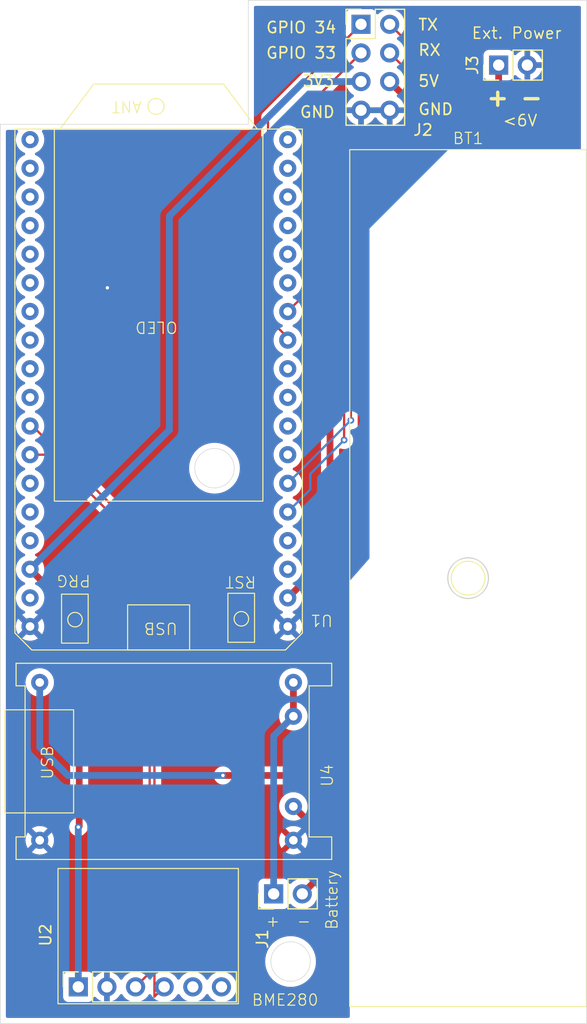
<source format=kicad_pcb>
(kicad_pcb (version 20240108) (generator "pcbnew") (generator_version "8.0")
  (layers (0 "F.Cu" signal) (31 "B.Cu" signal) (34 "B.Paste" user) (35 "F.Paste" user) (36 "B.SilkS" user "B.Silkscreen") (37 "F.SilkS" user "F.Silkscreen") (38 "B.Mask" user) (39 "F.Mask" user) (44 "Edge.Cuts" user))
  (net 0 "")
  (net 1 "GND")
  (net 2 "+3V3")
  (net 3 "/SDA")
  (net 4 "/GPIO_33")
  (net 5 "+5V")
  (net 6 "/SCL")
  (net 7 "/GPIO_34")
  (net 8 "/UART_TX")
  (net 9 "/UART_RX")
  (net 38 "VDD")
  (net 39 "GNDA")
  (net 40 "VCC")
  (footprint "Connector_PinHeader_2.54mm:PinHeader_1x02_P2.54mm_Vertical" (layer "F.Cu") (at 126.25 122.25 90)
    (property "Reference" "J1" (at -4 -1 90) (layer "F.SilkS"))
    (property "Value" "Battery Connector")
    (fp_line (start -1.33 -1.33) (end 0 -1.33) (stroke (width 0.12)) (layer "F.SilkS"))
    (fp_line (start -1.33 0) (end -1.33 -1.33) (stroke (width 0.12)) (layer "F.SilkS"))
    (fp_line (start 1.33 1.27) (end 1.33 3.87) (stroke (width 0.12)) (layer "F.SilkS"))
    (fp_line (start -1.33 1.27) (end 1.33 1.27) (stroke (width 0.12)) (layer "F.SilkS"))
    (fp_line (start -1.33 1.27) (end -1.33 3.87) (stroke (width 0.12)) (layer "F.SilkS"))
    (fp_line (start -1.33 3.87) (end 1.33 3.87) (stroke (width 0.12)) (layer "F.SilkS"))
    (pad "1" thru_hole rect (at 0 0 90) (size 1.7 1.7) (drill 1) (layers "*.Cu" "*.Mask") (net 40 "VCC"))
    (pad "2" thru_hole oval (at 0 2.54 90) (size 1.7 1.7) (drill 1) (layers "*.Cu" "*.Mask") (net 39 "GNDA"))
  )
  (footprint "custom_lib:Heltec Lora" (layer "F.Cu") (at 115.858 77.1664 180)
    (property "Reference" "U1" (at -14.642 -20.8336 180) (layer "F.SilkS") (effects (font (thickness 0.1))))
    (property "Value" "Heltec_HTIT-WB32")
    (fp_line (start 12.5626 22.7462) (end 8.5626 22.7462) (stroke (width 0.1)) (layer "F.SilkS"))
    (fp_line (start 12.5626 -21.9538) (end 12.5626 22.7462) (stroke (width 0.1)) (layer "F.SilkS"))
    (fp_line (start 12.5626 -21.9538) (end 11.0626 -23.4538) (stroke (width 0.1)) (layer "F.SilkS"))
    (fp_line (start 8.5626 22.7462) (end 5.5626 26.7462) (stroke (width 0.1)) (layer "F.SilkS"))
    (fp_line (start -5.9374 26.7462) (end 5.5626 26.7462) (stroke (width 0.1)) (layer "F.SilkS"))
    (fp_line (start -8.9374 22.7462) (end -5.9374 26.7462) (stroke (width 0.1)) (layer "F.SilkS"))
    (fp_line (start -11.4374 -23.4538) (end 11.0626 -23.4538) (stroke (width 0.1)) (layer "F.SilkS"))
    (fp_line (start -12.9374 22.7462) (end -8.9374 22.7462) (stroke (width 0.1)) (layer "F.SilkS"))
    (fp_line (start -12.9374 22.7462) (end -12.9374 -21.9538) (stroke (width 0.1)) (layer "F.SilkS"))
    (fp_line (start -12.9374 -21.9538) (end -11.4374 -23.4538) (stroke (width 0.1)) (layer "F.SilkS"))
    (fp_rect (start 6.0618 -22.8468) (end 8.424 -18.5034) (stroke (width 0.1)) (fill none) (layer "F.SilkS"))
    (fp_rect (start -2.9374 -23.4538) (end 2.5626 -19.4538) (stroke (width 0.1)) (fill none) (layer "F.SilkS"))
    (fp_rect (start -8.6956 -22.7706) (end -6.3334 -18.4272) (stroke (width 0.1)) (fill none) (layer "F.SilkS"))
    (fp_rect (start -9.4374 -10.2538) (end 9.0626 22.7462) (stroke (width 0.1)) (fill none) (layer "F.SilkS"))
    (fp_circle (center 7.2302 -20.764) (end 7.3318 -21.399) (stroke (width 0.1)) (fill none) (layer "F.SilkS"))
    (fp_circle (center 0.042 24.7528) (end 0.542 25.2528) (stroke (width 0.1)) (fill none) (layer "F.SilkS"))
    (fp_circle (center -7.5272 -20.6878) (end -7.4256 -21.3228) (stroke (width 0.1)) (fill none) (layer "F.SilkS"))
    (fp_text user "RST" (at -8.8988 -16.827 180) (layer "F.SilkS") (effects (font (thickness 0.1)) (justify left bottom)))
    (fp_text user "ANT" (at 1.2358 25.3116 180) (layer "F.SilkS") (effects (font (thickness 0.1)) (justify left bottom)))
    (fp_text user "USB" (at -1.9374 -20.9538 180) (layer "F.SilkS") (effects (font (thickness 0.1)) (justify left bottom)))
    (fp_text user "PRG" (at 5.7824 -16.7254 180) (layer "F.SilkS") (effects (font (thickness 0.1)) (justify left bottom)))
    (fp_text user "OLED" (at -1.9374 5.7462 180) (layer "F.SilkS") (effects (font (thickness 0.1)) (justify left bottom)))
    (pad "1" thru_hole circle (at -11.642 -21.3736 180) (size 1.524 1.524) (drill 0.762) (layers "*.Cu" "*.Mask") (net 1 "GND"))
    (pad "2" thru_hole circle (at -11.642 -18.8336 180) (size 1.524 1.524) (drill 0.762) (layers "*.Cu" "*.Mask") (net 5 "+5V"))
    (pad "3" thru_hole circle (at -11.642 -16.2936 180) (size 1.524 1.524) (drill 0.762) (layers "*.Cu" "*.Mask"))
    (pad "4" thru_hole circle (at -11.642 -13.7536 180) (size 1.524 1.524) (drill 0.762) (layers "*.Cu" "*.Mask"))
    (pad "5" thru_hole circle (at -11.642 -11.2136 180) (size 1.524 1.524) (drill 0.762) (layers "*.Cu" "*.Mask") (net 9 "/UART_RX"))
    (pad "6" thru_hole circle (at -11.642 -8.6736 180) (size 1.524 1.524) (drill 0.762) (layers "*.Cu" "*.Mask") (net 8 "/UART_TX"))
    (pad "7" thru_hole circle (at -11.642 -6.1336 180) (size 1.524 1.524) (drill 0.762) (layers "*.Cu" "*.Mask"))
    (pad "8" thru_hole circle (at -11.642 -3.5936 180) (size 1.524 1.524) (drill 0.762) (layers "*.Cu" "*.Mask"))
    (pad "9" thru_hole circle (at -11.642 -1.0536 180) (size 1.524 1.524) (drill 0.762) (layers "*.Cu" "*.Mask"))
    (pad "10" thru_hole circle (at -11.642 1.4864 180) (size 1.524 1.524) (drill 0.762) (layers "*.Cu" "*.Mask"))
    (pad "11" thru_hole circle (at -11.642 4.0264 180) (size 1.524 1.524) (drill 0.762) (layers "*.Cu" "*.Mask") (net 7 "/GPIO_34"))
    (pad "12" thru_hole circle (at -11.642 6.5664 180) (size 1.524 1.524) (drill 0.762) (layers "*.Cu" "*.Mask") (net 4 "/GPIO_33"))
    (pad "13" thru_hole circle (at -11.642 9.1064 180) (size 1.524 1.524) (drill 0.762) (layers "*.Cu" "*.Mask"))
    (pad "14" thru_hole circle (at -11.642 11.6464 180) (size 1.524 1.524) (drill 0.762) (layers "*.Cu" "*.Mask"))
    (pad "15" thru_hole circle (at -11.642 14.1864 180) (size 1.524 1.524) (drill 0.762) (layers "*.Cu" "*.Mask"))
    (pad "16" thru_hole circle (at -11.642 16.7264 180) (size 1.524 1.524) (drill 0.762) (layers "*.Cu" "*.Mask"))
    (pad "17" thru_hole circle (at -11.642 19.2664 180) (size 1.524 1.524) (drill 0.762) (layers "*.Cu" "*.Mask"))
    (pad "18" thru_hole circle (at -11.642 21.8064 180) (size 1.524 1.524) (drill 0.762) (layers "*.Cu" "*.Mask"))
    (pad "19" thru_hole circle (at 11.218 -21.3736 180) (size 1.524 1.524) (drill 0.762) (layers "*.Cu" "*.Mask") (net 1 "GND"))
    (pad "20" thru_hole circle (at 11.218 -18.8336 180) (size 1.524 1.524) (drill 0.762) (layers "*.Cu" "*.Mask"))
    (pad "21" thru_hole circle (at 11.218 -16.2936 180) (size 1.524 1.524) (drill 0.762) (layers "*.Cu" "*.Mask") (net 2 "+3V3"))
    (pad "22" thru_hole circle (at 11.218 -13.7536 180) (size 1.524 1.524) (drill 0.762) (layers "*.Cu" "*.Mask"))
    (pad "23" thru_hole circle (at 11.218 -11.2136 180) (size 1.524 1.524) (drill 0.762) (layers "*.Cu" "*.Mask"))
    (pad "24" thru_hole circle (at 11.218 -8.6736 180) (size 1.524 1.524) (drill 0.762) (layers "*.Cu" "*.Mask"))
    (pad "25" thru_hole circle (at 11.218 -6.1336 180) (size 1.524 1.524) (drill 0.762) (layers "*.Cu" "*.Mask") (net 6 "/SCL"))
    (pad "26" thru_hole circle (at 11.218 -3.5936 180) (size 1.524 1.524) (drill 0.762) (layers "*.Cu" "*.Mask") (net 3 "/SDA"))
    (pad "27" thru_hole circle (at 11.218 -1.0536 180) (size 1.524 1.524) (drill 0.762) (layers "*.Cu" "*.Mask"))
    (pad "28" thru_hole circle (at 11.218 1.4864 180) (size 1.524 1.524) (drill 0.762) (layers "*.Cu" "*.Mask"))
    (pad "29" thru_hole circle (at 11.218 4.0264 180) (size 1.524 1.524) (drill 0.762) (layers "*.Cu" "*.Mask"))
    (pad "30" thru_hole circle (at 11.218 6.5664 180) (size 1.524 1.524) (drill 0.762) (layers "*.Cu" "*.Mask"))
    (pad "31" thru_hole circle (at 11.218 9.1064 180) (size 1.524 1.524) (drill 0.762) (layers "*.Cu" "*.Mask"))
    (pad "32" thru_hole circle (at 11.218 11.6464 180) (size 1.524 1.524) (drill 0.762) (layers "*.Cu" "*.Mask"))
    (pad "33" thru_hole circle (at 11.218 14.1864 180) (size 1.524 1.524) (drill 0.762) (layers "*.Cu" "*.Mask"))
    (pad "34" thru_hole circle (at 11.218 16.7264 180) (size 1.524 1.524) (drill 0.762) (layers "*.Cu" "*.Mask"))
    (pad "35" thru_hole circle (at 11.218 19.2664 180) (size 1.524 1.524) (drill 0.762) (layers "*.Cu" "*.Mask"))
    (pad "36" thru_hole circle (at 11.218 21.8064 180) (size 1.524 1.524) (drill 0.762) (layers "*.Cu" "*.Mask"))
  )
  (footprint "custom_lib:Batteriehalter 18650" (layer "F.Cu") (at 143.5 94.25)
    (property "Reference" "BT1" (at 0 -39 0) (layer "F.SilkS") (effects (font (thickness 0.1))))
    (property "Value" "Battery_Cell")
    (fp_rect (start -10.5 -38) (end 10.5 38) (stroke (width 0.1)) (fill none) (layer "F.SilkS"))
    (fp_circle (center 0 0) (end 1.5 0) (stroke (width 0.1)) (fill none) (layer "F.SilkS"))
  )
  (footprint "custom_lib:BME280" (layer "F.Cu") (at 108.92 130.5 90)
    (property "Reference" "U2" (at 4.6 -2.9 90) (layer "F.SilkS"))
    (property "Value" "~")
    (fp_line (start 1.33 -1.33) (end 1.33 0) (stroke (width 0.12)) (layer "F.SilkS"))
    (fp_line (start 0 -1.33) (end 1.33 -1.33) (stroke (width 0.12)) (layer "F.SilkS"))
    (fp_line (start 1.33 1.27) (end 1.33 14.03) (stroke (width 0.12)) (layer "F.SilkS"))
    (fp_line (start -1.33 1.27) (end 1.33 1.27) (stroke (width 0.12)) (layer "F.SilkS"))
    (fp_line (start -1.33 1.27) (end -1.33 14.03) (stroke (width 0.12)) (layer "F.SilkS"))
    (fp_line (start -1.33 14.03) (end 1.33 14.03) (stroke (width 0.12)) (layer "F.SilkS"))
    (fp_rect (start -1.5 -1.8) (end 10.5 14.2) (stroke (width 0.1)) (fill none) (layer "F.SilkS"))
    (pad "1" thru_hole rect (at 0 0 90) (size 1.7 1.7) (drill 1) (layers "*.Cu" "*.Mask") (net 2 "+3V3"))
    (pad "2" thru_hole oval (at 0 2.54 90) (size 1.7 1.7) (drill 1) (layers "*.Cu" "*.Mask") (net 1 "GND"))
    (pad "3" thru_hole oval (at 0 5.08 90) (size 1.7 1.7) (drill 1) (layers "*.Cu" "*.Mask") (net 6 "/SCL"))
    (pad "4" thru_hole oval (at 0 7.62 90) (size 1.7 1.7) (drill 1) (layers "*.Cu" "*.Mask") (net 3 "/SDA"))
    (pad "5" thru_hole oval (at 0 10.16 90) (size 1.7 1.7) (drill 1) (layers "*.Cu" "*.Mask"))
    (pad "6" thru_hole oval (at 0 12.7 90) (size 1.7 1.7) (drill 1) (layers "*.Cu" "*.Mask"))
  )
  (footprint "custom_lib:TP4056" (layer "F.Cu") (at 131.4 119.2 90)
    (property "Reference" "U4" (at 7.45 -0.4 90) (layer "F.SilkS") (effects (font (thickness 0.1))))
    (property "Value" "~")
    (fp_line (start 17.4 -28) (end 15.4 -28) (stroke (width 0.1)) (layer "F.SilkS"))
    (fp_line (start 15.4 -28) (end 15.4 -27.2) (stroke (width 0.1)) (layer "F.SilkS"))
    (fp_line (start 2 -28) (end 0 -28) (stroke (width 0.1)) (layer "F.SilkS"))
    (fp_line (start 0 -28) (end 0 0) (stroke (width 0.1)) (layer "F.SilkS"))
    (fp_line (start 15.4 -27.2) (end 2 -27.2) (stroke (width 0.1)) (layer "F.SilkS"))
    (fp_line (start 2 -27.2) (end 2 -28) (stroke (width 0.1)) (layer "F.SilkS"))
    (fp_line (start 15.416 -25.9) (end 15.416 -25.9) (stroke (width 0.1)) (layer "F.SilkS"))
    (fp_line (start 15.4 -2) (end 15.4 0) (stroke (width 0.1)) (layer "F.SilkS"))
    (fp_line (start 2 -2) (end 15.4 -2) (stroke (width 0.1)) (layer "F.SilkS"))
    (fp_line (start 17.4 0) (end 17.4 -28) (stroke (width 0.1)) (layer "F.SilkS"))
    (fp_line (start 15.4 0) (end 17.4 0) (stroke (width 0.1)) (layer "F.SilkS"))
    (fp_line (start 2 0) (end 2 -2) (stroke (width 0.1)) (layer "F.SilkS"))
    (fp_line (start 0 0) (end 2 0) (stroke (width 0.1)) (layer "F.SilkS"))
    (fp_rect (start 4.128 -28.9906) (end 13.272 -22.8946) (stroke (width 0.1)) (fill none) (layer "F.SilkS"))
    (fp_text user "USB" (at 7.034 -24.63 90) (layer "F.SilkS") (effects (font (thickness 0.1)) (justify left bottom)))
    (pad "1" thru_hole circle (at 15.7 -25.9 90) (size 1.524 1.524) (drill 0.762) (layers "*.Cu" "*.Mask") (net 38 "VDD"))
    (pad "2" thru_hole circle (at 1.7 -25.9 90) (size 1.524 1.524) (drill 0.762) (layers "*.Cu" "*.Mask") (net 1 "GND"))
    (pad "3" thru_hole circle (at 15.7 -3.4 90) (size 1.524 1.524) (drill 0.762) (layers "*.Cu" "*.Mask") (net 40 "VCC"))
    (pad "4" thru_hole circle (at 12.7 -3.4 90) (size 1.524 1.524) (drill 0.762) (layers "*.Cu" "*.Mask") (net 40 "VCC"))
    (pad "5" thru_hole circle (at 4.7 -3.4 90) (size 1.524 1.524) (drill 0.762) (layers "*.Cu" "*.Mask") (net 39 "GNDA"))
    (pad "6" thru_hole circle (at 1.7 -3.4 90) (size 1.524 1.524) (drill 0.762) (layers "*.Cu" "*.Mask") (net 1 "GND"))
  )
  (footprint "Connector_PinHeader_2.54mm:PinHeader_1x02_P2.54mm_Vertical" (layer "F.Cu") (at 146.21 48.75 90)
    (property "Reference" "J3" (at 0 -2.33 90) (layer "F.SilkS"))
    (property "Value" "External Power Supply (5V)")
    (fp_line (start -1.33 -1.33) (end 0 -1.33) (stroke (width 0.12)) (layer "F.SilkS"))
    (fp_line (start -1.33 0) (end -1.33 -1.33) (stroke (width 0.12)) (layer "F.SilkS"))
    (fp_line (start 1.33 1.27) (end 1.33 3.87) (stroke (width 0.12)) (layer "F.SilkS"))
    (fp_line (start -1.33 1.27) (end 1.33 1.27) (stroke (width 0.12)) (layer "F.SilkS"))
    (fp_line (start -1.33 1.27) (end -1.33 3.87) (stroke (width 0.12)) (layer "F.SilkS"))
    (fp_line (start -1.33 3.87) (end 1.33 3.87) (stroke (width 0.12)) (layer "F.SilkS"))
    (pad "1" thru_hole rect (at 0 0 90) (size 1.7 1.7) (drill 1) (layers "*.Cu" "*.Mask") (net 38 "VDD"))
    (pad "2" thru_hole oval (at 0 2.54 90) (size 1.7 1.7) (drill 1) (layers "*.Cu" "*.Mask") (net 1 "GND"))
  )
  (footprint "Connector_PinHeader_2.54mm:PinHeader_2x04_P2.54mm_Vertical" (layer "F.Cu") (at 134 45.13)
    (property "Reference" "J2" (at 5.5 9.37 0) (layer "F.SilkS"))
    (property "Value" "Ext. Con.")
    (fp_line (start -1.33 -1.33) (end 0 -1.33) (stroke (width 0.12)) (layer "F.SilkS"))
    (fp_line (start -1.33 0) (end -1.33 -1.33) (stroke (width 0.12)) (layer "F.SilkS"))
    (fp_line (start -1.33 1.27) (end -1.33 8.95) (stroke (width 0.12)) (layer "F.SilkS"))
    (fp_line (start -1.33 1.27) (end 1.27 1.27) (stroke (width 0.12)) (layer "F.SilkS"))
    (fp_line (start -1.33 8.95) (end 3.87 8.95) (stroke (width 0.12)) (layer "F.SilkS"))
    (fp_line (start 1.27 -1.33) (end 3.87 -1.33) (stroke (width 0.12)) (layer "F.SilkS"))
    (fp_line (start 1.27 1.27) (end 1.27 -1.33) (stroke (width 0.12)) (layer "F.SilkS"))
    (fp_line (start 3.87 -1.33) (end 3.87 8.95) (stroke (width 0.12)) (layer "F.SilkS"))
    (pad "1" thru_hole rect (at 0 0) (size 1.7 1.7) (drill 1) (layers "*.Cu" "*.Mask") (net 7 "/GPIO_34"))
    (pad "2" thru_hole oval (at 2.54 0) (size 1.7 1.7) (drill 1) (layers "*.Cu" "*.Mask") (net 8 "/UART_TX"))
    (pad "3" thru_hole oval (at 0 2.54) (size 1.7 1.7) (drill 1) (layers "*.Cu" "*.Mask") (net 4 "/GPIO_33"))
    (pad "4" thru_hole oval (at 2.54 2.54) (size 1.7 1.7) (drill 1) (layers "*.Cu" "*.Mask") (net 9 "/UART_RX"))
    (pad "5" thru_hole oval (at 0 5.08) (size 1.7 1.7) (drill 1) (layers "*.Cu" "*.Mask") (net 2 "+3V3"))
    (pad "6" thru_hole oval (at 2.54 5.08) (size 1.7 1.7) (drill 1) (layers "*.Cu" "*.Mask") (net 5 "+5V"))
    (pad "7" thru_hole oval (at 0 7.62) (size 1.7 1.7) (drill 1) (layers "*.Cu" "*.Mask") (net 1 "GND"))
    (pad "8" thru_hole oval (at 2.54 7.62) (size 1.7 1.7) (drill 1) (layers "*.Cu" "*.Mask") (net 1 "GND"))
  )
  (gr_line (start 102 54) (end 124 54) (stroke (width 0.05)) (layer "Edge.Cuts"))
  (gr_line (start 154 133.75) (end 102 133.75) (stroke (width 0.05)) (layer "Edge.Cuts"))
  (gr_circle (center 143.5 94.25) (end 145.302776 94.25) (stroke (width 0.1)) (fill none) (layer "Edge.Cuts"))
  (gr_circle (center 121 84.5) (end 121 82.75) (stroke (width 0.05)) (fill none) (layer "Edge.Cuts"))
  (gr_line (start 124 54) (end 124 43) (stroke (width 0.05)) (layer "Edge.Cuts"))
  (gr_line (start 124 43) (end 154 43) (stroke (width 0.05)) (layer "Edge.Cuts"))
  (gr_line (start 102 133.75) (end 102 54) (stroke (width 0.05)) (layer "Edge.Cuts"))
  (gr_line (start 154 43) (end 154 133.75) (stroke (width 0.05)) (layer "Edge.Cuts"))
  (gr_circle (center 127.75 128.25) (end 127.75 126.5) (stroke (width 0.05)) (fill none) (layer "Edge.Cuts"))
  (gr_text "-" (at 128.25 125.25 0) (layer "F.SilkS") (effects (font (size 1 1) (thickness 0.1)) (justify left bottom)))
  (gr_text "Battery" (at 132 125.5 90) (layer "F.SilkS") (effects (font (size 1 1) (thickness 0.1)) (justify left bottom)))
  (gr_text "3V3" (at 128.75 50.75 0) (layer "F.SilkS") (effects (font (size 1 1)) (justify left bottom)))
  (gr_text "+" (at 145 52.5 0) (layer "F.SilkS") (effects (font (size 1.5 1.5) (thickness 0.3) (bold yes)) (justify left bottom)))
  (gr_text "BME280" (at 124.25 132.25 0) (layer "F.SilkS") (effects (font (size 1 1) (thickness 0.1)) (justify left bottom)))
  (gr_text "+" (at 125.5 125.25 0) (layer "F.SilkS") (effects (font (size 1 1) (thickness 0.1)) (justify left bottom)))
  (gr_text "GPIO 33" (at 125.5 48.25 0) (layer "F.SilkS") (effects (font (size 1 1)) (justify left bottom)))
  (gr_text "GPIO 34" (at 125.5 46 0) (layer "F.SilkS") (effects (font (size 1 1)) (justify left bottom)))
  (gr_text "GND" (at 128.5 53.5 0) (layer "F.SilkS") (effects (font (size 1 1)) (justify left bottom)))
  (gr_text "5V" (at 139 50.75 0) (layer "F.SilkS") (effects (font (size 1 1)) (justify left bottom)))
  (gr_text "GND" (at 139 53.25 0) (layer "F.SilkS") (effects (font (size 1 1)) (justify left bottom)))
  (gr_text "<6V" (at 146.5 54.25 0) (layer "F.SilkS") (effects (font (size 1 1)) (justify left bottom)))
  (gr_text "-" (at 148 52.5 0) (layer "F.SilkS") (effects (font (size 1.5 1.5) (thickness 0.3) (bold yes)) (justify left bottom)))
  (gr_text "RX" (at 139 48 0) (layer "F.SilkS") (effects (font (size 1 1)) (justify left bottom)))
  (gr_text "TX" (at 139 45.75 0) (layer "F.SilkS") (effects (font (size 1 1)) (justify left bottom)))
  (gr_text "Ext. Power" (at 143.75 46.5 0) (layer "F.SilkS") (effects (font (size 1 1)) (justify left bottom)))
  (via (at 111.5 68.5) (size 0.6) (drill 0.3) (layers "F.Cu" "B.Cu") (net 1))
  (segment (start 104.64 93.46) (end 109 97.82) (width 0.6) (layer "F.Cu") (net 2))
  (segment (start 109 97.82) (end 109 116.25) (width 0.6) (layer "F.Cu") (net 2))
  (segment (start 109 116.25) (end 108.92 116.33) (width 0.6) (layer "F.Cu") (net 2))
  (via (at 108.92 116.33) (size 0.6) (drill 0.3) (layers "F.Cu" "B.Cu") (net 2))
  (segment (start 117 62.131371) (end 117 81.1) (width 0.6) (layer "B.Cu") (net 2))
  (segment (start 108.92 130.5) (end 108.92 116.33) (width 0.6) (layer "B.Cu") (net 2))
  (segment (start 117 81.1) (end 104.64 93.46) (width 0.6) (layer "B.Cu") (net 2))
  (segment (start 134 50.21) (end 128.921371 50.21) (width 0.6) (layer "B.Cu") (net 2))
  (segment (start 128.921371 50.21) (end 117 62.131371) (width 0.6) (layer "B.Cu") (net 2))
  (segment (start 116.54 130.5) (end 115.675 131.365) (width 0.2) (layer "F.Cu") (net 3))
  (segment (start 115.675 131.365) (end 115.675 91.575) (width 0.2) (layer "F.Cu") (net 3))
  (segment (start 115.675 91.575) (end 104.75 80.65) (width 0.2) (layer "F.Cu") (net 3))
  (segment (start 129.5 52.17) (end 133.96 47.71) (width 0.2) (layer "F.Cu") (net 4))
  (segment (start 129.5 68.6) (end 129.5 52.17) (width 0.2) (layer "F.Cu") (net 4))
  (segment (start 127.61 70.49) (end 129.5 68.6) (width 0.2) (layer "F.Cu") (net 4))
  (segment (start 131.25 62) (end 131.25 92.25) (width 0.6) (layer "F.Cu") (net 5))
  (segment (start 136.54 50.21) (end 137.89 51.56) (width 0.6) (layer "F.Cu") (net 5))
  (segment (start 131.25 92.25) (end 127.5 96) (width 0.6) (layer "F.Cu") (net 5))
  (segment (start 137.89 51.56) (end 137.89 51.64) (width 0.6) (layer "F.Cu") (net 5))
  (segment (start 138.5 52.25) (end 138.5 54.75) (width 0.6) (layer "F.Cu") (net 5))
  (segment (start 137.89 51.64) (end 138.5 52.25) (width 0.6) (layer "F.Cu") (net 5))
  (segment (start 138.5 54.75) (end 131.25 62) (width 0.6) (layer "F.Cu") (net 5))
  (segment (start 105.95 83.3) (end 104.64 83.3) (width 0.2) (layer "F.Cu") (net 6))
  (segment (start 114 130.5) (end 115.25 129.25) (width 0.2) (layer "F.Cu") (net 6))
  (segment (start 115.25 92) (end 106.5 83.25) (width 0.2) (layer "F.Cu") (net 6))
  (segment (start 106.5 83.25) (end 106 83.25) (width 0.2) (layer "F.Cu") (net 6))
  (segment (start 115.25 129.25) (end 115.25 92) (width 0.2) (layer "F.Cu") (net 6))
  (segment (start 106 83.25) (end 105.95 83.3) (width 0.2) (layer "F.Cu") (net 6))
  (segment (start 125.75 53.38) (end 133.96 45.17) (width 0.2) (layer "F.Cu") (net 7))
  (segment (start 127.61 73.03) (end 125.75 71.17) (width 0.2) (layer "F.Cu") (net 7))
  (segment (start 125.75 71.17) (end 125.75 53.38) (width 0.2) (layer "F.Cu") (net 7))
  (segment (start 139.9 48.49) (end 139.9 55.665686) (width 0.2) (layer "F.Cu") (net 8))
  (segment (start 136.54 45.13) (end 139.9 48.49) (width 0.2) (layer "F.Cu") (net 8))
  (segment (start 133.1 62.465686) (end 133.1 80.25) (width 0.2) (layer "F.Cu") (net 8))
  (segment (start 133.1 62.465686) (end 139.9 55.665686) (width 0.2) (layer "F.Cu") (net 8))
  (via (at 133.1 80.25) (size 0.6) (drill 0.3) (layers "F.Cu" "B.Cu") (net 8))
  (segment (start 133.09 80.25) (end 133.1 80.25) (width 0.2) (layer "B.Cu") (net 8))
  (segment (start 127.5 85.84) (end 133.09 80.25) (width 0.2) (layer "B.Cu") (net 8))
  (segment (start 132.5 62.5) (end 139.5 55.5) (width 0.2) (layer "F.Cu") (net 9))
  (segment (start 139.5 50.63) (end 139.5 55.5) (width 0.2) (layer "F.Cu") (net 9))
  (segment (start 136.54 47.67) (end 139.5 50.63) (width 0.2) (layer "F.Cu") (net 9))
  (segment (start 132.5 82) (end 132.5 62.5) (width 0.2) (layer "F.Cu") (net 9))
  (via (at 132.5 82) (size 0.6) (drill 0.3) (layers "F.Cu" "B.Cu") (net 9))
  (segment (start 127.5 88.38) (end 129.5 86.38) (width 0.2) (layer "B.Cu") (net 9))
  (segment (start 129.5 86.38) (end 129.5 85) (width 0.2) (layer "B.Cu") (net 9))
  (segment (start 129.5 85) (end 132.5 82) (width 0.2) (layer "B.Cu") (net 9))
  (segment (start 146.21 48.75) (end 146.21 50.79) (width 0.6) (layer "F.Cu") (net 38))
  (segment (start 134 92.25) (end 131 95.25) (width 0.6) (layer "F.Cu") (net 38))
  (segment (start 146.21 50.79) (end 134 63) (width 0.6) (layer "F.Cu") (net 38))
  (segment (start 131 108.5) (end 127.75 111.75) (width 0.6) (layer "F.Cu") (net 38))
  (segment (start 127.75 111.75) (end 121.75 111.75) (width 0.6) (layer "F.Cu") (net 38))
  (segment (start 134 63) (end 134 92.25) (width 0.6) (layer "F.Cu") (net 38))
  (segment (start 131 95.25) (end 131 108.5) (width 0.6) (layer "F.Cu") (net 38))
  (via (at 121.75 111.75) (size 0.6) (drill 0.3) (layers "F.Cu" "B.Cu") (net 38))
  (segment (start 105.5 109.25) (end 105.5 103.5) (width 0.6) (layer "B.Cu") (net 38))
  (segment (start 108 111.75) (end 105.5 109.25) (width 0.6) (layer "B.Cu") (net 38))
  (segment (start 121.75 111.75) (end 108 111.75) (width 0.6) (layer "B.Cu") (net 38))
  (segment (start 129.75 116.25) (end 129.75 121.29) (width 0.6) (layer "F.Cu") (net 39))
  (segment (start 128 114.5) (end 129.75 116.25) (width 0.6) (layer "F.Cu") (net 39))
  (segment (start 129.75 121.29) (end 128.79 122.25) (width 0.6) (layer "F.Cu") (net 39))
  (segment (start 128 103.5) (end 128 106.5) (width 0.6) (layer "F.Cu") (net 40))
  (segment (start 126.25 108.25) (end 126.25 122.25) (width 0.6) (layer "B.Cu") (net 40))
  (segment (start 128 106.5) (end 126.25 108.25) (width 0.6) (layer "B.Cu") (net 40))
  (zone (net 1) (net_name "GND") (layer "F.Cu") (connect_pads (clearance 0.5)) (min_thickness 0.25) (fill yes (thermal_gap 0.5) (thermal_bridge_width 0.5))
    (polygon (pts (xy 102 54) (xy 124 54) (xy 124 43) (xy 154 43) (xy 154 133.75) (xy 102 133.75)))
  )
  (zone (net 0) (net_name "") (layers "F&B.Cu") (connect_pads (clearance 0)) (min_thickness 0.25)
    (keepout (tracks allowed) (vias allowed) (pads allowed) (copperpour not_allowed) (footprints allowed))
    (fill (thermal_gap 0.5) (thermal_bridge_width 0.5))
    (polygon (pts (xy 154 56.25) (xy 141.75 56.25) (xy 134.75 63.25) (xy 134.75 92.5) (xy 133 94.5) (xy 133 133.75) (xy 154 133.75)))
  )
  (zone (net 1) (net_name "GND") (layer "B.Cu") (priority 1) (connect_pads (clearance 0.5)) (min_thickness 0.25) (fill yes (thermal_gap 0.5) (thermal_bridge_width 0.5))
    (polygon (pts (xy 102 54) (xy 124 54) (xy 124 43) (xy 154 43) (xy 154 133.75) (xy 102 133.75)))
  )
)
</source>
